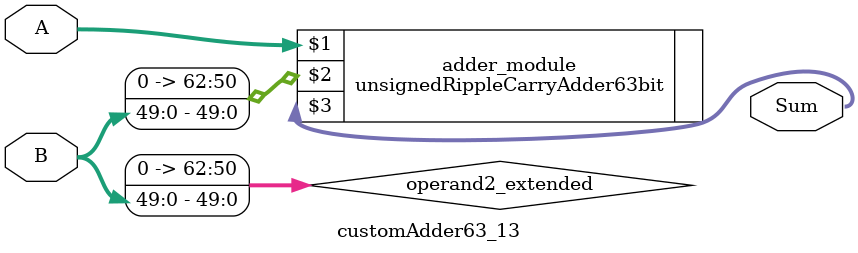
<source format=v>
module customAdder63_13(
                        input [62 : 0] A,
                        input [49 : 0] B,
                        
                        output [63 : 0] Sum
                );

        wire [62 : 0] operand2_extended;
        
        assign operand2_extended =  {13'b0, B};
        
        unsignedRippleCarryAdder63bit adder_module(
            A,
            operand2_extended,
            Sum
        );
        
        endmodule
        
</source>
